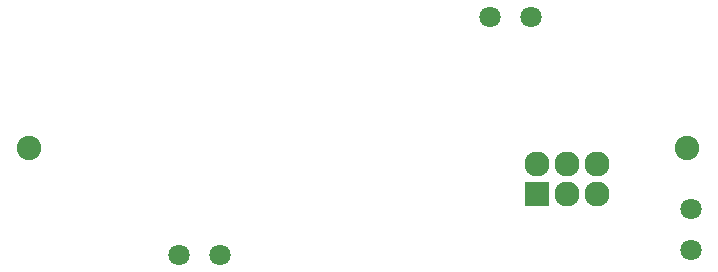
<source format=gbr>
G04 #@! TF.FileFunction,Soldermask,Bot*
%FSLAX46Y46*%
G04 Gerber Fmt 4.6, Leading zero omitted, Abs format (unit mm)*
G04 Created by KiCad (PCBNEW 4.0.7-e2-6376~58~ubuntu16.04.1) date Mon Apr 16 12:32:01 2018*
%MOMM*%
%LPD*%
G01*
G04 APERTURE LIST*
%ADD10C,0.100000*%
%ADD11C,1.797000*%
%ADD12C,2.070000*%
%ADD13R,2.127200X2.127200*%
%ADD14O,2.127200X2.127200*%
G04 APERTURE END LIST*
D10*
D11*
X124615000Y-75001000D03*
X128115000Y-75001000D03*
D12*
X111940000Y-65976500D03*
X167640000Y-65976500D03*
D11*
X154432000Y-54864000D03*
X150932000Y-54864000D03*
X167950000Y-71120000D03*
X167950000Y-74620000D03*
D13*
X154940000Y-69850000D03*
D14*
X154940000Y-67310000D03*
X157480000Y-69850000D03*
X157480000Y-67310000D03*
X160020000Y-69850000D03*
X160020000Y-67310000D03*
M02*

</source>
